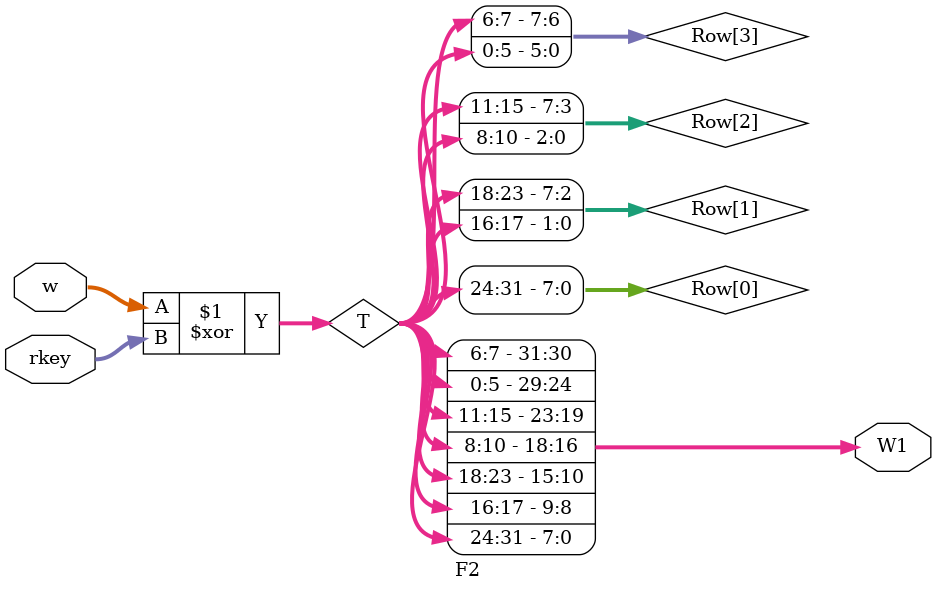
<source format=v>
module F2(w,rkey,W1);
  input[0:31] w;
  input[0:31] rkey;
  output[0:31] W1;
  wire[0:7] Row[0:3];
  wire[0:31] T;
  assign T=w^rkey;
  assign Row[0]=T[24:31];
  assign Row[1]={T[18:23],T[16:17]};
  assign Row[2]={T[11:15],T[8:10]};
  assign Row[3]={T[6:7],T[0:5]};
  assign W1={Row[3],Row[2],Row[1],Row[0]};

endmodule
</source>
